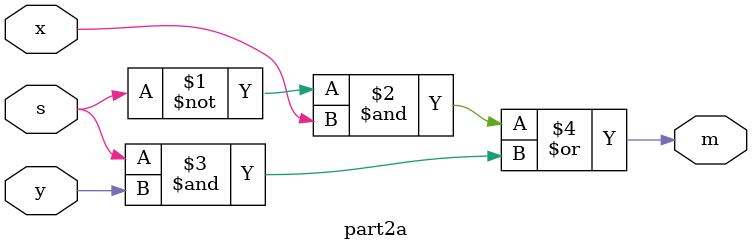
<source format=v>
module part2a (s,x,y,m);
	input s,x,y;
	output m;
	assign m=(~s&x)|(s&y);
endmodule
	
</source>
